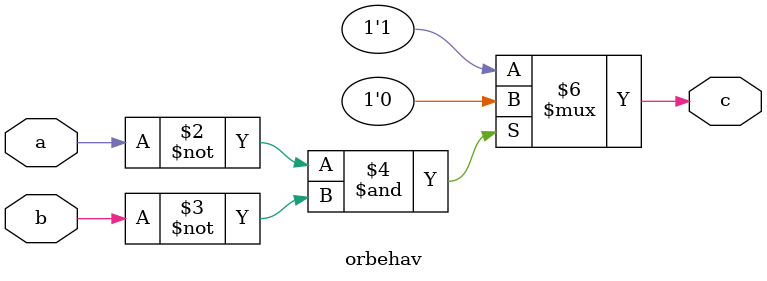
<source format=v>
module orbehav(output reg c, input a,b);
always @ (a or b) begin
    if (a==1'b0 & b==1'b0) begin
        c = 1'b0;
    end
    else 
    c=1'b1;
end
endmodule
</source>
